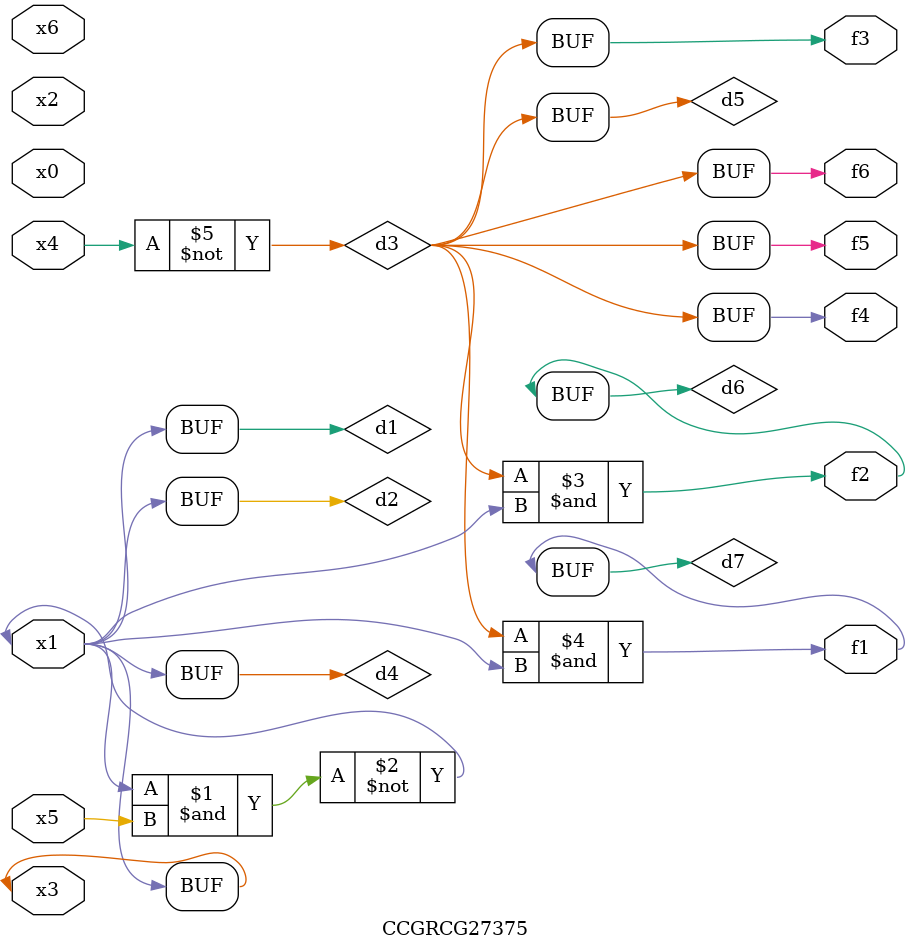
<source format=v>
module CCGRCG27375(
	input x0, x1, x2, x3, x4, x5, x6,
	output f1, f2, f3, f4, f5, f6
);

	wire d1, d2, d3, d4, d5, d6, d7;

	buf (d1, x1, x3);
	nand (d2, x1, x5);
	not (d3, x4);
	buf (d4, d1, d2);
	buf (d5, d3);
	and (d6, d3, d4);
	and (d7, d3, d4);
	assign f1 = d7;
	assign f2 = d6;
	assign f3 = d5;
	assign f4 = d5;
	assign f5 = d5;
	assign f6 = d5;
endmodule

</source>
